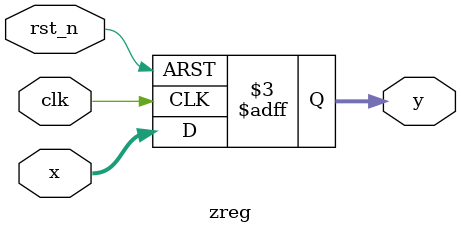
<source format=v>
module zreg (
input		      clk, rst_n,
input		[7:0] x,
output reg	[7:0] y
);

always @(posedge clk or negedge rst_n)
	if (!rst_n) 
		y <= 0;
	else 
		y <= x;

endmodule

</source>
